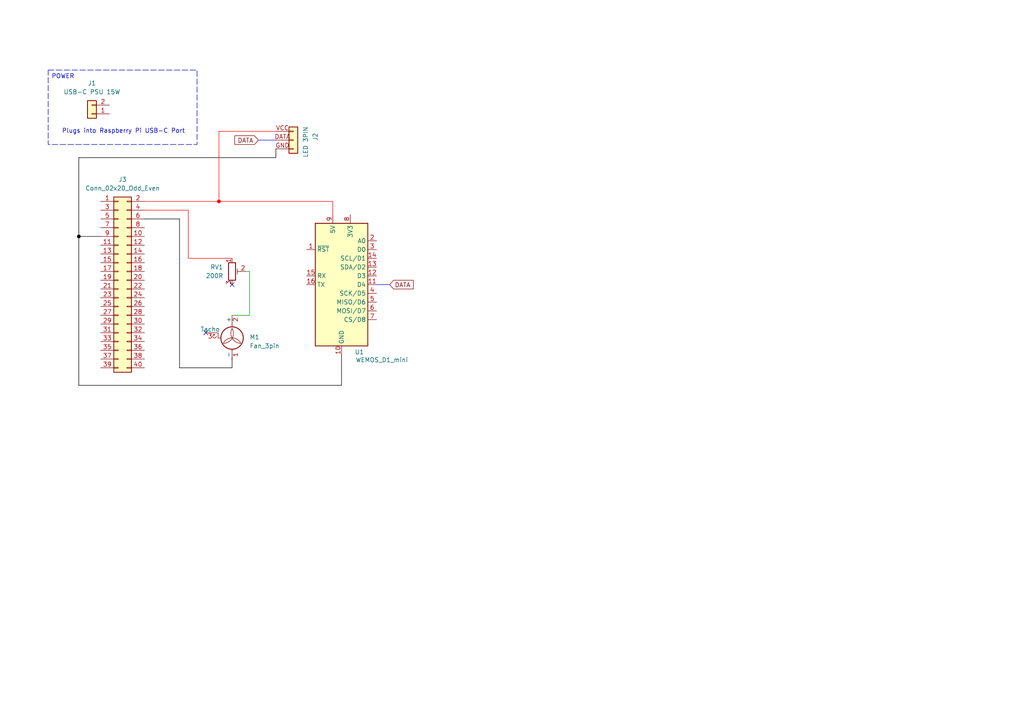
<source format=kicad_sch>
(kicad_sch (version 20250114) (generator "eeschema") (generator_version "9.0")
  (paper "A4")
  (lib_symbols
    (symbol "Connector_Generic:Conn_01x02" (pin_names (offset 1.016) (hide yes))
      (property "Reference" "J" (at 0 2.54 0))
      (property "Value" "Conn_01x02" (at 0 -5.08 0))
      (symbol "Conn_01x02_1_1"
        (rectangle (start -1.27 1.27) (end 1.27 -3.81) (stroke (width 0.254)) (fill (type background)))
        (rectangle (start -1.27 0.127) (end 0 -0.127) (stroke (width 0.1524)))
        (rectangle (start -1.27 -2.413) (end 0 -2.667) (stroke (width 0.1524)))
        (pin passive line (at -5.08 0 0) (length 3.81) (name "Pin_1") (number "1"))
        (pin passive line (at -5.08 -2.54 0) (length 3.81) (name "Pin_2") (number "2"))
      )
    )
    (symbol "Connector_Generic:Conn_01x03" (pin_names (offset 1.016) (hide yes))
      (property "Reference" "J2" (at 6.35 -0.254 90))
      (property "Value" "LED 3PIN" (at 3.556 -5.08 90))
      (symbol "Conn_01x03_1_1"
        (rectangle (start -1.27 3.81) (end 1.27 -3.81) (stroke (width 0.254)) (fill (type background)))
        (rectangle (start -1.27 2.667) (end 0 2.413) (stroke (width 0.1524)))
        (rectangle (start -1.27 0.127) (end 0 -0.127) (stroke (width 0.1524)))
        (rectangle (start -1.27 -2.413) (end 0 -2.667) (stroke (width 0.1524)))
        (pin passive line (at -5.08 2.54 0) (length 3.81) (name "Pin_1") (number "VCC"))
        (pin passive line (at -5.08 0 0) (length 3.81) (name "Pin_2") (number "DATA"))
        (pin passive line (at -5.08 -2.54 0) (length 3.81) (name "Pin_3") (number "GND"))
      )
    )
    (symbol "Connector_Generic:Conn_02x20_Odd_Even" (pin_names (offset 1.016) (hide yes))
      (property "Reference" "J" (at 1.27 25.4 0))
      (property "Value" "Conn_02x20_Odd_Even" (at 1.27 -27.94 0))
      (symbol "Conn_02x20_Odd_Even_1_1"
        (rectangle (start -1.27 24.13) (end 3.81 -26.67) (stroke (width 0.254)) (fill (type background)))
        (rectangle (start -1.27 22.987) (end 0 22.733) (stroke (width 0.1524)))
        (rectangle (start -1.27 20.447) (end 0 20.193) (stroke (width 0.1524)))
        (rectangle (start -1.27 17.907) (end 0 17.653) (stroke (width 0.1524)))
        (rectangle (start -1.27 15.367) (end 0 15.113) (stroke (width 0.1524)))
        (rectangle (start -1.27 12.827) (end 0 12.573) (stroke (width 0.1524)))
        (rectangle (start -1.27 10.287) (end 0 10.033) (stroke (width 0.1524)))
        (rectangle (start -1.27 7.747) (end 0 7.493) (stroke (width 0.1524)))
        (rectangle (start -1.27 5.207) (end 0 4.953) (stroke (width 0.1524)))
        (rectangle (start -1.27 2.667) (end 0 2.413) (stroke (width 0.1524)))
        (rectangle (start -1.27 0.127) (end 0 -0.127) (stroke (width 0.1524)))
        (rectangle (start -1.27 -2.413) (end 0 -2.667) (stroke (width 0.1524)))
        (rectangle (start -1.27 -4.953) (end 0 -5.207) (stroke (width 0.1524)))
        (rectangle (start -1.27 -7.493) (end 0 -7.747) (stroke (width 0.1524)))
        (rectangle (start -1.27 -10.033) (end 0 -10.287) (stroke (width 0.1524)))
        (rectangle (start -1.27 -12.573) (end 0 -12.827) (stroke (width 0.1524)))
        (rectangle (start -1.27 -15.113) (end 0 -15.367) (stroke (width 0.1524)))
        (rectangle (start -1.27 -17.653) (end 0 -17.907) (stroke (width 0.1524)))
        (rectangle (start -1.27 -20.193) (end 0 -20.447) (stroke (width 0.1524)))
        (rectangle (start -1.27 -22.733) (end 0 -22.987) (stroke (width 0.1524)))
        (rectangle (start -1.27 -25.273) (end 0 -25.527) (stroke (width 0.1524)))
        (rectangle (start 3.81 22.987) (end 2.54 22.733) (stroke (width 0.1524)))
        (rectangle (start 3.81 20.447) (end 2.54 20.193) (stroke (width 0.1524)))
        (rectangle (start 3.81 17.907) (end 2.54 17.653) (stroke (width 0.1524)))
        (rectangle (start 3.81 15.367) (end 2.54 15.113) (stroke (width 0.1524)))
        (rectangle (start 3.81 12.827) (end 2.54 12.573) (stroke (width 0.1524)))
        (rectangle (start 3.81 10.287) (end 2.54 10.033) (stroke (width 0.1524)))
        (rectangle (start 3.81 7.747) (end 2.54 7.493) (stroke (width 0.1524)))
        (rectangle (start 3.81 5.207) (end 2.54 4.953) (stroke (width 0.1524)))
        (rectangle (start 3.81 2.667) (end 2.54 2.413) (stroke (width 0.1524)))
        (rectangle (start 3.81 0.127) (end 2.54 -0.127) (stroke (width 0.1524)))
        (rectangle (start 3.81 -2.413) (end 2.54 -2.667) (stroke (width 0.1524)))
        (rectangle (start 3.81 -4.953) (end 2.54 -5.207) (stroke (width 0.1524)))
        (rectangle (start 3.81 -7.493) (end 2.54 -7.747) (stroke (width 0.1524)))
        (rectangle (start 3.81 -10.033) (end 2.54 -10.287) (stroke (width 0.1524)))
        (rectangle (start 3.81 -12.573) (end 2.54 -12.827) (stroke (width 0.1524)))
        (rectangle (start 3.81 -15.113) (end 2.54 -15.367) (stroke (width 0.1524)))
        (rectangle (start 3.81 -17.653) (end 2.54 -17.907) (stroke (width 0.1524)))
        (rectangle (start 3.81 -20.193) (end 2.54 -20.447) (stroke (width 0.1524)))
        (rectangle (start 3.81 -22.733) (end 2.54 -22.987) (stroke (width 0.1524)))
        (rectangle (start 3.81 -25.273) (end 2.54 -25.527) (stroke (width 0.1524)))
        (pin passive line (at -5.08 22.86 0) (length 3.81) (name "Pin_1") (number "1"))
        (pin passive line (at -5.08 20.32 0) (length 3.81) (name "Pin_3") (number "3"))
        (pin passive line (at -5.08 17.78 0) (length 3.81) (name "Pin_5") (number "5"))
        (pin passive line (at -5.08 15.24 0) (length 3.81) (name "Pin_7") (number "7"))
        (pin passive line (at -5.08 12.7 0) (length 3.81) (name "Pin_9") (number "9"))
        (pin passive line (at -5.08 10.16 0) (length 3.81) (name "Pin_11") (number "11"))
        (pin passive line (at -5.08 7.62 0) (length 3.81) (name "Pin_13") (number "13"))
        (pin passive line (at -5.08 5.08 0) (length 3.81) (name "Pin_15") (number "15"))
        (pin passive line (at -5.08 2.54 0) (length 3.81) (name "Pin_17") (number "17"))
        (pin passive line (at -5.08 0 0) (length 3.81) (name "Pin_19") (number "19"))
        (pin passive line (at -5.08 -2.54 0) (length 3.81) (name "Pin_21") (number "21"))
        (pin passive line (at -5.08 -5.08 0) (length 3.81) (name "Pin_23") (number "23"))
        (pin passive line (at -5.08 -7.62 0) (length 3.81) (name "Pin_25") (number "25"))
        (pin passive line (at -5.08 -10.16 0) (length 3.81) (name "Pin_27") (number "27"))
        (pin passive line (at -5.08 -12.7 0) (length 3.81) (name "Pin_29") (number "29"))
        (pin passive line (at -5.08 -15.24 0) (length 3.81) (name "Pin_31") (number "31"))
        (pin passive line (at -5.08 -17.78 0) (length 3.81) (name "Pin_33") (number "33"))
        (pin passive line (at -5.08 -20.32 0) (length 3.81) (name "Pin_35") (number "35"))
        (pin passive line (at -5.08 -22.86 0) (length 3.81) (name "Pin_37") (number "37"))
        (pin passive line (at -5.08 -25.4 0) (length 3.81) (name "Pin_39") (number "39"))
        (pin passive line (at 7.62 22.86 180) (length 3.81) (name "Pin_2") (number "2"))
        (pin passive line (at 7.62 20.32 180) (length 3.81) (name "Pin_4") (number "4"))
        (pin passive line (at 7.62 17.78 180) (length 3.81) (name "Pin_6") (number "6"))
        (pin passive line (at 7.62 15.24 180) (length 3.81) (name "Pin_8") (number "8"))
        (pin passive line (at 7.62 12.7 180) (length 3.81) (name "Pin_10") (number "10"))
        (pin passive line (at 7.62 10.16 180) (length 3.81) (name "Pin_12") (number "12"))
        (pin passive line (at 7.62 7.62 180) (length 3.81) (name "Pin_14") (number "14"))
        (pin passive line (at 7.62 5.08 180) (length 3.81) (name "Pin_16") (number "16"))
        (pin passive line (at 7.62 2.54 180) (length 3.81) (name "Pin_18") (number "18"))
        (pin passive line (at 7.62 0 180) (length 3.81) (name "Pin_20") (number "20"))
        (pin passive line (at 7.62 -2.54 180) (length 3.81) (name "Pin_22") (number "22"))
        (pin passive line (at 7.62 -5.08 180) (length 3.81) (name "Pin_24") (number "24"))
        (pin passive line (at 7.62 -7.62 180) (length 3.81) (name "Pin_26") (number "26"))
        (pin passive line (at 7.62 -10.16 180) (length 3.81) (name "Pin_28") (number "28"))
        (pin passive line (at 7.62 -12.7 180) (length 3.81) (name "Pin_30") (number "30"))
        (pin passive line (at 7.62 -15.24 180) (length 3.81) (name "Pin_32") (number "32"))
        (pin passive line (at 7.62 -17.78 180) (length 3.81) (name "Pin_34") (number "34"))
        (pin passive line (at 7.62 -20.32 180) (length 3.81) (name "Pin_36") (number "36"))
        (pin passive line (at 7.62 -22.86 180) (length 3.81) (name "Pin_38") (number "38"))
        (pin passive line (at 7.62 -25.4 180) (length 3.81) (name "Pin_40") (number "40"))
      )
    )
    (symbol "Device:R_Potentiometer_Trim" (pin_names (offset 1.016) (hide yes))
      (property "Reference" "RV" (at -4.445 0 90))
      (property "Value" "R_Potentiometer_Trim" (at -2.54 0 90))
      (symbol "R_Potentiometer_Trim_0_1"
        (rectangle (start 1.016 2.54) (end -1.016 -2.54) (stroke (width 0.254)))
        (polyline (pts (xy 1.524 0.762) (xy 1.524 -0.762)))
        (polyline (pts (xy 2.54 0) (xy 1.524 0)))
      )
      (symbol "R_Potentiometer_Trim_1_1"
        (pin passive line (at 0 3.81 270) (length 1.27) (name "1") (number "1"))
        (pin passive line (at 0 -3.81 90) (length 1.27) (name "3") (number "3"))
        (pin passive line (at 3.81 0 180) (length 1.27) (name "2") (number "2"))
      )
    )
    (symbol "Motor:Fan_3pin" (pin_names (offset 0))
      (property "Reference" "M" (at 2.54 2.54 0))
      (property "Value" "Fan_3pin" (at 2.54 -5.08 0))
      (symbol "Fan_3pin_0_0"
        (polyline (pts (xy -5.08 -0.508) (xy -5.334 -0.381)))
        (polyline (pts (xy -5.08 -0.508) (xy -5.207 -0.762)))
        (arc (start -4.572 -1.016) (mid -5.08 -1.5218) (end -5.588 -1.016))
        (arc (start -5.588 -1.016) (mid -5.4392 -0.6568) (end -5.08 -0.508))
        (polyline (pts (xy -4.064 0) (xy -4.064 -1.524) (xy -3.302 -1.524)))
      )
      (symbol "Fan_3pin_0_1"
        (polyline (pts (xy -4.064 0) (xy -5.08 0)))
        (arc (start 0 1.27) (mid -0.0015 -1.6352) (end -2.54 -3.048))
        (polyline (pts (xy 0 2.032) (xy 0 2.54)))
        (polyline (pts (xy 0 1.7272) (xy 0 2.0828)))
        (circle (center 0 -1.524) (radius 3.2512) (stroke (width 0.254)))
        (arc (start -2.54 -3.048) (mid 0 -1.4782) (end 2.54 -3.048))
        (polyline (pts (xy 0 -4.7752) (xy 0 -5.1816)))
        (polyline (pts (xy 0 -7.62) (xy 0 -7.112)))
        (arc (start 2.54 -3.048) (mid 0.047 -1.6085) (end 0 1.27))
      )
      (symbol "Fan_3pin_1_1"
        (pin passive line (at -7.62 0 0) (length 2.54) (name "Tacho") (number "3"))
        (pin passive line (at 0 5.08 270) (length 2.54) (name "+") (number "2"))
        (pin passive line (at 0 -7.62 90) (length 2.54) (name "-") (number "1"))
      )
    )
    (symbol "RF_Module:WEMOS_D1_mini"
      (property "Reference" "U" (at 3.81 19.05 0))
      (property "Value" "WEMOS_D1_mini" (at 1.27 -19.05 0))
      (symbol "WEMOS_D1_mini_1_1"
        (rectangle (start -7.62 17.78) (end 7.62 -17.78) (stroke (width 0.254)) (fill (type background)))
        (pin input line (at -10.16 10.16 0) (length 2.54) (name "~{RST}") (number "1"))
        (pin input line (at -10.16 2.54 0) (length 2.54) (name "RX") (number "15"))
        (pin output line (at -10.16 0 0) (length 2.54) (name "TX") (number "16"))
        (pin power_in line (at -2.54 20.32 270) (length 2.54) (name "5V") (number "9"))
        (pin power_in line (at 0 -20.32 90) (length 2.54) (name "GND") (number "10"))
        (pin power_out line (at 2.54 20.32 270) (length 2.54) (name "3V3") (number "8"))
        (pin input line (at 10.16 12.7 180) (length 2.54) (name "A0") (number "2"))
        (pin bidirectional line (at 10.16 10.16 180) (length 2.54) (name "D0") (number "3"))
        (pin bidirectional line (at 10.16 7.62 180) (length 2.54) (name "SCL/D1") (number "14"))
        (pin bidirectional line (at 10.16 5.08 180) (length 2.54) (name "SDA/D2") (number "13"))
        (pin bidirectional line (at 10.16 2.54 180) (length 2.54) (name "D3") (number "12"))
        (pin bidirectional line (at 10.16 0 180) (length 2.54) (name "D4") (number "11"))
        (pin bidirectional line (at 10.16 -2.54 180) (length 2.54) (name "SCK/D5") (number "4"))
        (pin bidirectional line (at 10.16 -5.08 180) (length 2.54) (name "MISO/D6") (number "5"))
        (pin bidirectional line (at 10.16 -7.62 180) (length 2.54) (name "MOSI/D7") (number "6"))
        (pin bidirectional line (at 10.16 -10.16 180) (length 2.54) (name "CS/D8") (number "7"))
      )
    )
  )
  (text "Plugs into Raspberry Pi USB-C Port" (at 35.814 38.1 0) (effects (font (size 1.27 1.27))))
  (text_box "POWER" (at 13.97 20.32 0) (size 43.18 21.59) (margins 0.9525 0.9525 0.9525 0.9525) (stroke (width 0) (type dash)) (effects (font (size 1.27 1.27)) (justify left top)))
  (junction (at 63.5 58.42) (color 255 0 0 1))
  (junction (at 22.86 68.58) (color 0 0 0 1))
  (no_connect (at 67.31 82.55))
  (no_connect (at 59.69 96.52))
  (wire (pts (xy 96.52 58.42) (xy 96.52 62.23)) (stroke (width 0) (color 255 0 0 1)))
  (wire (pts (xy 52.07 106.68) (xy 52.07 63.5)) (stroke (width 0) (color 0 0 0 1)))
  (wire (pts (xy 109.22 82.55) (xy 113.03 82.55)) (stroke (width 0) (color 0 0 255 1)))
  (wire (pts (xy 80.01 38.1) (xy 63.5 38.1)) (stroke (width 0) (color 255 0 0 1)))
  (wire (pts (xy 72.39 78.74) (xy 72.39 91.44)))
  (wire (pts (xy 72.39 91.44) (xy 67.31 91.44)))
  (wire (pts (xy 99.06 102.87) (xy 99.06 111.76)) (stroke (width 0) (color 0 0 0 1)))
  (wire (pts (xy 63.5 58.42) (xy 96.52 58.42)) (stroke (width 0) (color 255 0 0 1)))
  (wire (pts (xy 41.91 58.42) (xy 63.5 58.42)) (stroke (width 0) (color 255 0 0 1)))
  (wire (pts (xy 22.86 45.72) (xy 22.86 68.58)) (stroke (width 0) (color 0 0 0 1)))
  (wire (pts (xy 22.86 111.76) (xy 22.86 68.58)) (stroke (width 0) (color 0 0 0 1)))
  (wire (pts (xy 22.86 68.58) (xy 29.21 68.58)) (stroke (width 0) (color 0 0 0 1)))
  (wire (pts (xy 41.91 60.96) (xy 54.61 60.96)) (stroke (width 0) (color 255 0 0 1)))
  (wire (pts (xy 67.31 104.14) (xy 67.31 106.68)) (stroke (width 0) (color 0 0 0 1)))
  (wire (pts (xy 22.86 45.72) (xy 80.01 45.72)) (stroke (width 0) (color 0 0 0 1)))
  (wire (pts (xy 80.01 43.18) (xy 80.01 45.72)) (stroke (width 0) (color 0 0 0 1)))
  (wire (pts (xy 67.31 106.68) (xy 52.07 106.68)) (stroke (width 0) (color 0 0 0 1)))
  (wire (pts (xy 52.07 63.5) (xy 41.91 63.5)) (stroke (width 0) (color 0 0 0 1)))
  (wire (pts (xy 74.93 40.64) (xy 80.01 40.64)) (stroke (width 0) (color 0 0 255 1)))
  (wire (pts (xy 63.5 38.1) (xy 63.5 58.42)) (stroke (width 0) (color 255 0 0 1)))
  (wire (pts (xy 99.06 111.76) (xy 22.86 111.76)) (stroke (width 0) (color 0 0 0 1)))
  (wire (pts (xy 71.12 78.74) (xy 72.39 78.74)))
  (wire (pts (xy 54.61 60.96) (xy 54.61 74.93)) (stroke (width 0) (color 255 0 0 1)))
  (wire (pts (xy 54.61 74.93) (xy 67.31 74.93)) (stroke (width 0) (color 255 0 0 1)))
  (global_label "DATA" (shape input) (at 113.03 82.55 0) (property "Intersheetrefs" "${INTERSHEET_REFS}" (effects (hide yes))))
  (global_label "DATA" (shape input) (at 74.93 40.64 180) (property "Intersheetrefs" "${INTERSHEET_REFS}" (effects (hide yes))))
  (symbol (lib_id "Device:R_Potentiometer_Trim") (at 67.31 78.74 0) (unit 1)
    (property "Reference" "RV1" (at 64.77 77.4699 0) (effects (justify right)))
    (property "Value" "200R" (at 64.77 80.0099 0) (effects (justify right)))
    (property "Description" "Trim-potentiometer" (effects (hide yes)))
  )
  (symbol (lib_id "Connector_Generic:Conn_01x02") (at 26.67 33.02 180) (unit 1)
    (property "Reference" "J1" (at 26.67 24.13 0))
    (property "Value" "USB-C PSU 15W" (at 26.67 26.67 0))
    (property "Description" "Generic connector, single row, 01x02, script generated (kicad-library-utils/schlib/autogen/connector/)" (effects (hide yes)))
  )
  (symbol (lib_id "Connector_Generic:Conn_01x03") (at 85.09 40.64 0) (unit 1)
    (property "Reference" "J2" (at 91.44 40.894 90) (effects (justify left)))
    (property "Value" "LED 3PIN" (at 88.646 45.72 90) (effects (justify left)))
    (property "Description" "Generic connector, single row, 01x03, script generated (kicad-library-utils/schlib/autogen/connector/)" (effects (hide yes)))
  )
  (symbol (lib_id "Motor:Fan_3pin") (at 67.31 96.52 0) (unit 1)
    (property "Reference" "M1" (at 72.39 97.7899 0) (effects (justify left)))
    (property "Value" "Fan_3pin" (at 72.39 100.3299 0) (effects (justify left)))
    (property "Datasheet" "http://www.hardwarecanucks.com/forum/attachments/new-builds/16287d1330775095-help-chassis-power-fan-connectors-motherboard-asus_p8z68.jpg" (effects (hide yes)))
    (property "Description" "Fan, tacho output, 3-pin connector" (effects (hide yes)))
  )
  (symbol (lib_id "Connector_Generic:Conn_02x20_Odd_Even") (at 34.29 81.28 0) (unit 1)
    (property "Reference" "J3" (at 35.56 52.07 0))
    (property "Value" "Conn_02x20_Odd_Even" (at 35.56 54.61 0))
    (property "Description" "Generic connector, double row, 02x20, odd/even pin numbering scheme (row 1 odd numbers, row 2 even numbers), script generated (kicad-library-utils/schlib/autogen/connector/)" (effects (hide yes)))
  )
  (symbol (lib_id "RF_Module:WEMOS_D1_mini") (at 99.06 82.55 0) (unit 1)
    (property "Reference" "U1" (at 102.87 102.108 0) (effects (justify left)))
    (property "Value" "WEMOS_D1_mini" (at 103.124 104.394 0) (effects (justify left)))
    (property "Footprint" "RF_Module:WEMOS_D1_mini_light" (effects (hide yes)))
    (property "Datasheet" "https://wiki.wemos.cc/products:d1:d1_mini#documentation" (effects (hide yes)))
    (property "Description" "32-bit microcontroller module with WiFi" (effects (hide yes)))
  )
)
</source>
